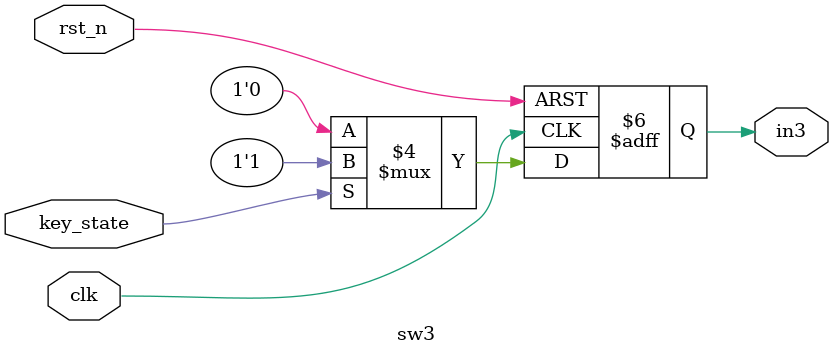
<source format=v>
module sw3(
    input           clk             ,
    input           rst_n           ,
    input           key_state       ,
    output  reg     in3
);

always @(posedge clk or negedge rst_n)begin
    if(!rst_n) in3<=0;
    else if(key_state) in3<=1;
    else in3<=0;
end

endmodule 

</source>
